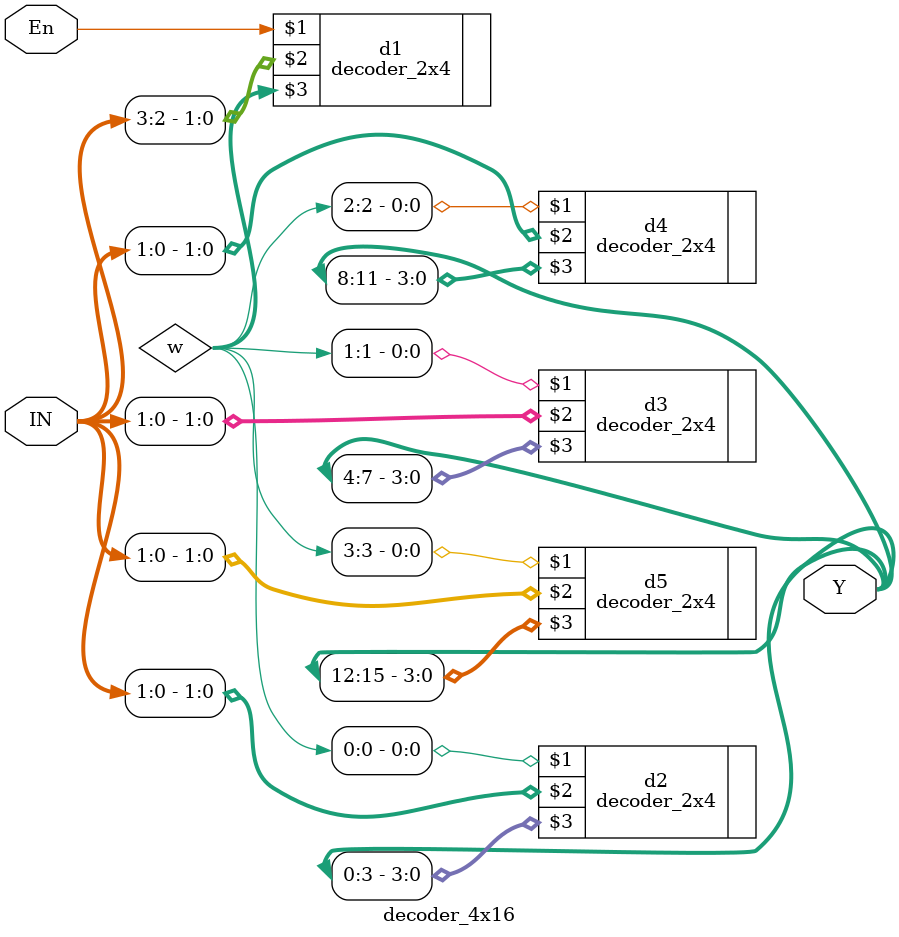
<source format=v>
`timescale 1ns / 1ps

// Author      : Venu Pabbuleti 
// ID          : N180116
//Branch       : ECE
//Project Name : RTL design using Verilog
//Design  Name : 4 TO 16 DECODER
//Module  Name : decoder_2x4
//RGUKT NUZVID 
//////////////////////////////////////////////////////////////////////////////////


module decoder_4x16 (En,IN,Y);
input En;
input [3:0] IN;
output [0:15] Y;

wire [0:3] w;

decoder_2x4 d1(En,IN[3:2],w);
decoder_2x4 d2(w[0],IN[1:0],Y[0:3]);
decoder_2x4 d3(w[1],IN[1:0],Y[4:7]);
decoder_2x4 d4(w[2],IN[1:0],Y[8:11]);
decoder_2x4 d5(w[3],IN[1:0],Y[12:15]);

endmodule
</source>
